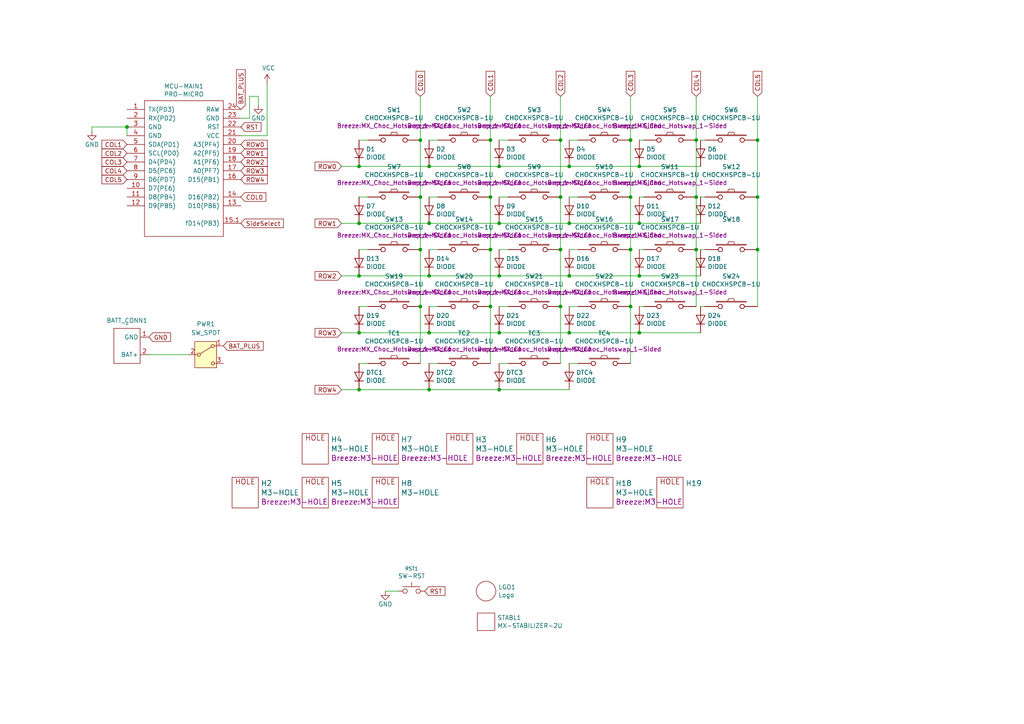
<source format=kicad_sch>
(kicad_sch (version 20231120) (generator "eeschema") (generator_version "8.0")
  (paper "A4")
  (title_block (title "Breeze") (date "2023-05-21") (rev "Rev1.2") (company "Afternoon Labs LLC"))
  (lib_symbols
    (symbol "Breeze-rescue:3M-HOLE-Merkaba_Rev0-rescue-Breeze-rescue" (pin_names (offset 1.016))
      (property "Reference" "H" (at 0 0 0))
      (property "Value" "3M-HOLE-Merkaba_Rev0-rescue-Breeze-rescue" (at 0 -5.08 0))
      (symbol "3M-HOLE-Merkaba_Rev0-rescue-Breeze-rescue_0_0"
        (text "HOLE" (at 0 3.81 0) (effects (font (size 1.524 1.524))))
      )
      (symbol "3M-HOLE-Merkaba_Rev0-rescue-Breeze-rescue_0_1"
        (rectangle (start 3.81 5.08) (end -3.81 -3.81))
      )
    )
    (symbol "Breeze-rescue:CHOCXHSPCB-1U-cache-Merkaba_Rev0-rescue-Breeze-rescue" (pin_numbers hide) (pin_names (offset 1.016) hide)
      (property "Reference" "SW" (at 3.81 2.794 0))
      (property "Value" "CHOCXHSPCB-1U-cache-Merkaba_Rev0-rescue-Breeze-rescue" (at 0 -2.032 0))
      (symbol "CHOCXHSPCB-1U-cache-Merkaba_Rev0-rescue-Breeze-rescue_0_1"
        (rectangle (start -4.318 1.27) (end 4.318 1.524))
        (polyline (pts (xy -1.016 1.524) (xy -0.762 2.286) (xy 0.762 2.286) (xy 1.016 1.524)))
        (pin passive inverted (at -7.62 0 0) (length 5.08) (name "1") (number "1"))
        (pin passive inverted (at 7.62 0 180) (length 5.08) (name "2") (number "2"))
      )
    )
    (symbol "Breeze-rescue:Diode-cache-Merkaba_Rev0-rescue-Breeze-rescue" (pin_numbers hide) (pin_names (offset 1.016) hide)
      (property "Reference" "D" (at 0 2.54 0))
      (property "Value" "Diode-cache-Merkaba_Rev0-rescue-Breeze-rescue" (at 0 -2.54 0))
      (symbol "Diode-cache-Merkaba_Rev0-rescue-Breeze-rescue_0_1"
        (polyline (pts (xy -1.27 1.27) (xy -1.27 -1.27)) (stroke (width 0.2032)))
        (polyline (pts (xy 1.27 0) (xy -1.27 0)))
        (polyline (pts (xy 1.27 1.27) (xy 1.27 -1.27) (xy -1.27 0) (xy 1.27 1.27)) (stroke (width 0.2032)))
      )
      (symbol "Diode-cache-Merkaba_Rev0-rescue-Breeze-rescue_1_1"
        (pin passive line (at -3.81 0 0) (length 2.54) (name "K") (number "1"))
        (pin passive line (at 3.81 0 180) (length 2.54) (name "A") (number "2"))
      )
    )
    (symbol "Breeze-rescue:Logo-Breeze-rescue" (pin_names (offset 1.016))
      (property "Reference" "LGO" (at 0 0 0))
      (property "Value" "Logo-Breeze-rescue" (at 0 0 0))
      (symbol "Logo-Breeze-rescue_0_1"
        (circle (center 0 0) (radius 2.8448))
      )
    )
    (symbol "Breeze-rescue:MX-STABILIZER-2U-Merkaba_Rev0-rescue-Breeze-rescue" (pin_names (offset 1.016))
      (property "Reference" "U" (at 0 0 0))
      (property "Value" "MX-STABILIZER-2U-Merkaba_Rev0-rescue-Breeze-rescue" (at 0 0 0))
      (symbol "MX-STABILIZER-2U-Merkaba_Rev0-rescue-Breeze-rescue_0_1"
        (rectangle (start -2.54 2.54) (end 2.54 -2.54))
      )
    )
    (symbol "Breeze-rescue:ProMicro-Merkaba_Rev0-rescue-Breeze-rescue" (pin_names (offset 1.016))
      (property "Reference" "MCU-MAIN1" (at 0 20.701 0))
      (property "Value" "PRO-MICRO" (at 0 18.3896 0))
      (symbol "ProMicro-Merkaba_Rev0-rescue-Breeze-rescue_0_1"
        (rectangle (start -11.43 16.51) (end 11.43 -22.86))
      )
      (symbol "ProMicro-Merkaba_Rev0-rescue-Breeze-rescue_1_1"
        (pin input line (at -16.51 13.97 0) (length 5.08) (name "TX(PD3)") (number "1"))
        (pin input line (at -16.51 -8.89 0) (length 5.08) (name "D7(PE6)") (number "10"))
        (pin input line (at -16.51 -11.43 0) (length 5.08) (name "D8(PB4)") (number "11"))
        (pin input line (at -16.51 -13.97 0) (length 5.08) (name "D9(PB5)") (number "12"))
        (pin input line (at 16.51 -13.97 180) (length 5.08) (name "D10(PB6)") (number "13"))
        (pin input line (at 16.51 -11.43 180) (length 5.08) (name "D16(PB2)") (number "14"))
        (pin input line (at 16.51 -19.05 180) (length 5.08) (name "fD14(PB3)") (number "15.1"))
        (pin input line (at 16.51 -6.35 180) (length 5.08) (name "D15(PB1)") (number "16"))
        (pin input line (at 16.51 -3.81 180) (length 5.08) (name "A0(PF7)") (number "17"))
        (pin input line (at 16.51 -1.27 180) (length 5.08) (name "A1(PF6)") (number "18"))
        (pin input line (at 16.51 1.27 180) (length 5.08) (name "A2(PF5)") (number "19"))
        (pin input line (at -16.51 11.43 0) (length 5.08) (name "RX(PD2)") (number "2"))
        (pin input line (at 16.51 3.81 180) (length 5.08) (name "A3(PF4)") (number "20"))
        (pin input line (at 16.51 6.35 180) (length 5.08) (name "VCC") (number "21"))
        (pin input line (at 16.51 8.89 180) (length 5.08) (name "RST") (number "22"))
        (pin input line (at 16.51 11.43 180) (length 5.08) (name "GND") (number "23"))
        (pin input line (at 16.51 13.97 180) (length 5.08) (name "RAW") (number "24"))
        (pin input line (at -16.51 8.89 0) (length 5.08) (name "GND") (number "3"))
        (pin input line (at -16.51 6.35 0) (length 5.08) (name "GND") (number "4"))
        (pin input line (at -16.51 3.81 0) (length 5.08) (name "SDA(PD1)") (number "5"))
        (pin input line (at -16.51 1.27 0) (length 5.08) (name "SCL(PD0)") (number "6"))
        (pin input line (at -16.51 -1.27 0) (length 5.08) (name "D4(PD4)") (number "7"))
        (pin input line (at -16.51 -3.81 0) (length 5.08) (name "D5(PC6)") (number "8"))
        (pin input line (at -16.51 -6.35 0) (length 5.08) (name "D6(PD7)") (number "9"))
      )
    )
    (symbol "Breeze-rescue:SW_RST-Lily58-cache-Merkaba_Rev0-rescue-Breeze-rescue" (pin_numbers hide) (pin_names (offset 1.016) hide)
      (property "Reference" "RSW" (at 2.54 2.54 0))
      (property "Value" "SW_RST-Lily58-cache-Merkaba_Rev0-rescue-Breeze-rescue" (at 0 -2.54 0))
      (symbol "SW_RST-Lily58-cache-Merkaba_Rev0-rescue-Breeze-rescue_0_1"
        (polyline (pts (xy -2.54 1.27) (xy 2.54 1.27)))
        (polyline (pts (xy 0 2.54) (xy 0 1.27)))
        (pin passive inverted (at -3.81 0 0) (length 2.54) (name "1") (number "1"))
        (pin passive inverted (at 3.81 0 180) (length 2.54) (name "2") (number "2"))
      )
    )
    (symbol "Breeze:BATT_PADS"
      (property "Reference" "J" (at 3.81 6.858 0))
      (symbol "BATT_PADS_0_1"
        (rectangle (start 0 5.08) (end 7.62 -5.08))
      )
      (symbol "BATT_PADS_1_1"
        (pin input line (at 10.16 2.54 180) (length 2.54) (name "GND") (number "1"))
        (pin input line (at 10.16 -2.54 180) (length 2.54) (name "BAT+") (number "2"))
      )
    )
    (symbol "Switch:SW_SPDT" (pin_names (offset 0) hide)
      (property "Reference" "SW" (at 0 5.08 0))
      (property "Value" "SW_SPDT" (at 0 -5.08 0))
      (symbol "SW_SPDT_0_1"
        (circle (center -2.032 0) (radius 0.4572))
        (polyline (pts (xy -1.651 0.254) (xy 1.651 2.286)))
        (circle (center 2.032 -2.54) (radius 0.4572))
        (circle (center 2.032 2.54) (radius 0.4572))
      )
      (symbol "SW_SPDT_1_1"
        (rectangle (start -3.175 3.81) (end 3.175 -3.81) (fill (type background)))
        (pin passive line (at 5.08 2.54 180) (length 2.54) (name "A") (number "1"))
        (pin passive line (at -5.08 0 0) (length 2.54) (name "B") (number "2"))
        (pin passive line (at 5.08 -2.54 180) (length 2.54) (name "C") (number "3"))
      )
    )
    (symbol "power:GND" (power) (pin_names (offset 0))
      (property "Value" "GND" (at 0 -3.81 0))
      (symbol "GND_0_1"
        (polyline (pts (xy 0 0) (xy 0 -1.27) (xy 1.27 -1.27) (xy 0 -2.54) (xy -1.27 -1.27) (xy 0 -1.27)))
      )
      (symbol "GND_1_1"
        (pin power_in line (at 0 0 270) (length 0) hide (name "GND") (number "1"))
      )
    )
    (symbol "power:VCC" (power) (pin_names (offset 0))
      (property "Value" "VCC" (at 0 3.81 0))
      (symbol "VCC_0_1"
        (polyline (pts (xy -0.762 1.27) (xy 0 2.54)))
        (polyline (pts (xy 0 0) (xy 0 2.54)))
        (polyline (pts (xy 0 2.54) (xy 0.762 1.27)))
      )
      (symbol "VCC_1_1"
        (pin power_in line (at 0 0 90) (length 0) hide (name "VCC") (number "1"))
      )
    )
  )
  (junction (at 144.78 113.03))
  (junction (at 142.24 40.64))
  (junction (at 219.71 72.39))
  (junction (at 142.24 57.15))
  (junction (at 144.78 96.52))
  (junction (at 185.42 96.52))
  (junction (at 144.78 80.01))
  (junction (at 182.88 40.64))
  (junction (at 219.71 40.64))
  (junction (at 219.71 57.15))
  (junction (at 165.1 80.01))
  (junction (at 165.1 96.52))
  (junction (at 124.46 113.03))
  (junction (at 182.88 88.9))
  (junction (at 121.92 57.15))
  (junction (at 162.56 72.39))
  (junction (at 201.93 72.39))
  (junction (at 165.1 64.77))
  (junction (at 142.24 72.39))
  (junction (at 185.42 64.77))
  (junction (at 124.46 80.01))
  (junction (at 104.14 80.01))
  (junction (at 124.46 96.52))
  (junction (at 104.14 64.77))
  (junction (at 124.46 64.77))
  (junction (at 165.1 48.26))
  (junction (at 121.92 72.39))
  (junction (at 121.92 88.9))
  (junction (at 144.78 64.77))
  (junction (at 182.88 72.39))
  (junction (at 182.88 57.15))
  (junction (at 104.14 48.26))
  (junction (at 185.42 80.01))
  (junction (at 142.24 88.9))
  (junction (at 185.42 48.26))
  (junction (at 144.78 48.26))
  (junction (at 162.56 88.9))
  (junction (at 36.83 36.83))
  (junction (at 104.14 96.52))
  (junction (at 162.56 57.15))
  (junction (at 201.93 57.15))
  (junction (at 162.56 40.64))
  (junction (at 201.93 40.64))
  (junction (at 124.46 48.26))
  (junction (at 104.14 113.03))
  (junction (at 121.92 40.64))
  (wire (pts (xy 121.92 57.15) (xy 121.92 72.39)))
  (wire (pts (xy 36.83 36.83) (xy 26.67 36.83)))
  (wire (pts (xy 167.64 88.9) (xy 165.1 88.9)))
  (wire (pts (xy 99.06 48.26) (xy 104.14 48.26)))
  (wire (pts (xy 186.69 72.39) (xy 185.42 72.39)))
  (wire (pts (xy 185.42 48.26) (xy 165.1 48.26)))
  (wire (pts (xy 144.78 80.01) (xy 124.46 80.01)))
  (wire (pts (xy 162.56 88.9) (xy 162.56 72.39)))
  (wire (pts (xy 219.71 40.64) (xy 219.71 57.15)))
  (wire (pts (xy 127 57.15) (xy 124.46 57.15)))
  (wire (pts (xy 106.68 72.39) (xy 104.14 72.39)))
  (wire (pts (xy 77.47 24.13) (xy 77.47 39.37)))
  (wire (pts (xy 104.14 64.77) (xy 99.06 64.77)))
  (wire (pts (xy 204.47 88.9) (xy 203.2 88.9)))
  (wire (pts (xy 165.1 113.03) (xy 144.78 113.03)))
  (wire (pts (xy 121.92 40.64) (xy 121.92 27.94)))
  (wire (pts (xy 147.32 105.41) (xy 144.78 105.41)))
  (wire (pts (xy 162.56 40.64) (xy 162.56 57.15)))
  (wire (pts (xy 147.32 57.15) (xy 144.78 57.15)))
  (wire (pts (xy 147.32 40.64) (xy 144.78 40.64)))
  (wire (pts (xy 185.42 96.52) (xy 165.1 96.52)))
  (wire (pts (xy 182.88 40.64) (xy 182.88 57.15)))
  (wire (pts (xy 203.2 64.77) (xy 185.42 64.77)))
  (wire (pts (xy 106.68 57.15) (xy 104.14 57.15)))
  (wire (pts (xy 121.92 88.9) (xy 121.92 105.41)))
  (wire (pts (xy 121.92 40.64) (xy 121.92 57.15)))
  (wire (pts (xy 104.14 96.52) (xy 99.06 96.52)))
  (wire (pts (xy 167.64 40.64) (xy 165.1 40.64)))
  (wire (pts (xy 203.2 96.52) (xy 185.42 96.52)))
  (wire (pts (xy 204.47 72.39) (xy 203.2 72.39)))
  (wire (pts (xy 142.24 57.15) (xy 142.24 40.64)))
  (wire (pts (xy 124.46 80.01) (xy 104.14 80.01)))
  (wire (pts (xy 165.1 96.52) (xy 144.78 96.52)))
  (wire (pts (xy 124.46 96.52) (xy 104.14 96.52)))
  (wire (pts (xy 165.1 72.39) (xy 167.64 72.39)))
  (wire (pts (xy 203.2 80.01) (xy 185.42 80.01)))
  (wire (pts (xy 185.42 80.01) (xy 165.1 80.01)))
  (wire (pts (xy 127 40.64) (xy 124.46 40.64)))
  (wire (pts (xy 106.68 88.9) (xy 104.14 88.9)))
  (wire (pts (xy 72.39 34.29) (xy 72.39 27.94)))
  (wire (pts (xy 165.1 80.01) (xy 144.78 80.01)))
  (wire (pts (xy 219.71 57.15) (xy 219.71 72.39)))
  (wire (pts (xy 144.78 48.26) (xy 124.46 48.26)))
  (wire (pts (xy 142.24 105.41) (xy 142.24 88.9)))
  (wire (pts (xy 142.24 88.9) (xy 142.24 72.39)))
  (wire (pts (xy 162.56 57.15) (xy 162.56 72.39)))
  (wire (pts (xy 201.93 88.9) (xy 201.93 72.39)))
  (wire (pts (xy 124.46 88.9) (xy 127 88.9)))
  (wire (pts (xy 167.64 105.41) (xy 165.1 105.41)))
  (wire (pts (xy 26.67 36.83) (xy 26.67 38.1)))
  (wire (pts (xy 182.88 40.64) (xy 182.88 27.94)))
  (wire (pts (xy 162.56 40.64) (xy 162.56 27.94)))
  (wire (pts (xy 147.32 72.39) (xy 144.78 72.39)))
  (wire (pts (xy 104.14 64.77) (xy 124.46 64.77)))
  (wire (pts (xy 142.24 72.39) (xy 142.24 57.15)))
  (wire (pts (xy 185.42 88.9) (xy 186.69 88.9)))
  (wire (pts (xy 165.1 48.26) (xy 144.78 48.26)))
  (wire (pts (xy 186.69 40.64) (xy 185.42 40.64)))
  (wire (pts (xy 162.56 105.41) (xy 162.56 88.9)))
  (wire (pts (xy 74.93 27.94) (xy 74.93 30.48)))
  (wire (pts (xy 203.2 48.26) (xy 185.42 48.26)))
  (wire (pts (xy 36.83 36.83) (xy 36.83 39.37)))
  (wire (pts (xy 124.46 113.03) (xy 144.78 113.03)))
  (wire (pts (xy 144.78 88.9) (xy 147.32 88.9)))
  (wire (pts (xy 201.93 40.64) (xy 201.93 27.94)))
  (wire (pts (xy 182.88 57.15) (xy 182.88 72.39)))
  (wire (pts (xy 127 72.39) (xy 124.46 72.39)))
  (wire (pts (xy 201.93 57.15) (xy 201.93 72.39)))
  (wire (pts (xy 69.85 34.29) (xy 72.39 34.29)))
  (wire (pts (xy 219.71 40.64) (xy 219.71 27.94)))
  (wire (pts (xy 69.85 39.37) (xy 77.47 39.37)))
  (wire (pts (xy 104.14 48.26) (xy 124.46 48.26)))
  (wire (pts (xy 72.39 27.94) (xy 74.93 27.94)))
  (wire (pts (xy 127 105.41) (xy 124.46 105.41)))
  (wire (pts (xy 185.42 64.77) (xy 165.1 64.77)))
  (wire (pts (xy 201.93 57.15) (xy 201.93 40.64)))
  (wire (pts (xy 104.14 80.01) (xy 99.06 80.01)))
  (wire (pts (xy 204.47 40.64) (xy 203.2 40.64)))
  (wire (pts (xy 144.78 96.52) (xy 124.46 96.52)))
  (wire (pts (xy 104.14 113.03) (xy 124.46 113.03)))
  (wire (pts (xy 186.69 57.15) (xy 185.42 57.15)))
  (wire (pts (xy 167.64 57.15) (xy 165.1 57.15)))
  (wire (pts (xy 203.2 57.15) (xy 204.47 57.15)))
  (wire (pts (xy 121.92 72.39) (xy 121.92 88.9)))
  (wire (pts (xy 182.88 88.9) (xy 182.88 72.39)))
  (wire (pts (xy 54.61 102.87) (xy 43.18 102.87)))
  (wire (pts (xy 219.71 72.39) (xy 219.71 88.9)))
  (wire (pts (xy 182.88 88.9) (xy 182.88 105.41)))
  (wire (pts (xy 104.14 105.41) (xy 106.68 105.41)))
  (wire (pts (xy 124.46 64.77) (xy 144.78 64.77)))
  (wire (pts (xy 115.57 171.45) (xy 111.76 171.45)))
  (wire (pts (xy 165.1 64.77) (xy 144.78 64.77)))
  (wire (pts (xy 104.14 113.03) (xy 99.06 113.03)))
  (wire (pts (xy 106.68 40.64) (xy 104.14 40.64)))
  (wire (pts (xy 142.24 40.64) (xy 142.24 27.94)))
  (global_label "RST" (shape input) (at 123.19 171.45 0) (property "Intersheetrefs" "${INTERSHEET_REFS}" (effects (hide yes))))
  (global_label "COL5" (shape input) (at 219.71 27.94 90) (property "Intersheetrefs" "${INTERSHEET_REFS}" (effects (hide yes))))
  (global_label "ROW4" (shape input) (at 99.06 113.03 180) (property "Intersheetrefs" "${INTERSHEET_REFS}" (effects (hide yes))))
  (global_label "ROW4" (shape input) (at 69.85 52.07 0) (property "Intersheetrefs" "${INTERSHEET_REFS}" (effects (hide yes))))
  (global_label "COL2" (shape input) (at 162.56 27.94 90) (property "Intersheetrefs" "${INTERSHEET_REFS}" (effects (hide yes))))
  (global_label "ROW2" (shape input) (at 69.85 46.99 0) (property "Intersheetrefs" "${INTERSHEET_REFS}" (effects (hide yes))))
  (global_label "COL0" (shape input) (at 69.85 57.15 0) (property "Intersheetrefs" "${INTERSHEET_REFS}" (effects (hide yes))))
  (global_label "GND" (shape input) (at 43.18 97.79 0) (property "Intersheetrefs" "${INTERSHEET_REFS}" (effects (hide yes))))
  (global_label "BAT_PLUS" (shape input) (at 69.85 31.75 90) (property "Intersheetrefs" "${INTERSHEET_REFS}" (effects (hide yes))))
  (global_label "COL0" (shape input) (at 121.92 27.94 90) (property "Intersheetrefs" "${INTERSHEET_REFS}" (effects (hide yes))))
  (global_label "ROW1" (shape input) (at 69.85 44.45 0) (property "Intersheetrefs" "${INTERSHEET_REFS}" (effects (hide yes))))
  (global_label "SideSelect" (shape input) (at 69.85 64.77 0) (property "Intersheetrefs" "${INTERSHEET_REFS}" (effects (hide yes))))
  (global_label "COL4" (shape input) (at 201.93 27.94 90) (property "Intersheetrefs" "${INTERSHEET_REFS}" (effects (hide yes))))
  (global_label "ROW0" (shape input) (at 99.06 48.26 180) (property "Intersheetrefs" "${INTERSHEET_REFS}" (effects (hide yes))))
  (global_label "COL4" (shape input) (at 36.83 49.53 180) (property "Intersheetrefs" "${INTERSHEET_REFS}" (effects (hide yes))))
  (global_label "ROW3" (shape input) (at 69.85 49.53 0) (property "Intersheetrefs" "${INTERSHEET_REFS}" (effects (hide yes))))
  (global_label "COL1" (shape input) (at 36.83 41.91 180) (property "Intersheetrefs" "${INTERSHEET_REFS}" (effects (hide yes))))
  (global_label "ROW2" (shape input) (at 99.06 80.01 180) (property "Intersheetrefs" "${INTERSHEET_REFS}" (effects (hide yes))))
  (global_label "ROW1" (shape input) (at 99.06 64.77 180) (property "Intersheetrefs" "${INTERSHEET_REFS}" (effects (hide yes))))
  (global_label "COL1" (shape input) (at 142.24 27.94 90) (property "Intersheetrefs" "${INTERSHEET_REFS}" (effects (hide yes))))
  (global_label "BAT_PLUS" (shape input) (at 64.77 100.33 0) (property "Intersheetrefs" "${INTERSHEET_REFS}" (effects (hide yes))))
  (global_label "COL3" (shape input) (at 36.83 46.99 180) (property "Intersheetrefs" "${INTERSHEET_REFS}" (effects (hide yes))))
  (global_label "COL3" (shape input) (at 182.88 27.94 90) (property "Intersheetrefs" "${INTERSHEET_REFS}" (effects (hide yes))))
  (global_label "ROW0" (shape input) (at 69.85 41.91 0) (property "Intersheetrefs" "${INTERSHEET_REFS}" (effects (hide yes))))
  (global_label "RST" (shape input) (at 69.85 36.83 0) (property "Intersheetrefs" "${INTERSHEET_REFS}" (effects (hide yes))))
  (global_label "COL2" (shape input) (at 36.83 44.45 180) (property "Intersheetrefs" "${INTERSHEET_REFS}" (effects (hide yes))))
  (global_label "COL5" (shape input) (at 36.83 52.07 180) (property "Intersheetrefs" "${INTERSHEET_REFS}" (effects (hide yes))))
  (global_label "ROW3" (shape input) (at 99.06 96.52 180) (property "Intersheetrefs" "${INTERSHEET_REFS}" (effects (hide yes))))
  (symbol (lib_id "Breeze-rescue:ProMicro-Merkaba_Rev0-rescue-Breeze-rescue") (at 53.34 45.72 0) (unit 1)
    (property "Reference" "MCU-MAIN1" (at 53.34 25.019 0))
    (property "Value" "PRO-MICRO" (at 53.34 27.3304 0))
    (property "Footprint" "Breeze:ProMicro_1-Sided" (effects (hide yes)))
  )
  (symbol (lib_id "power:GND") (at 26.67 38.1 0) (unit 1)
    (property "Reference" "#PWR0101" (effects (hide yes)))
    (property "Value" "GND" (at 26.67 41.91 0))
  )
  (symbol (lib_id "power:VCC") (at 77.47 24.13 0) (unit 1)
    (property "Reference" "#PWR0102" (effects (hide yes)))
    (property "Value" "VCC" (at 77.9018 19.7358 0))
  )
  (symbol (lib_id "Breeze-rescue:SW_RST-Lily58-cache-Merkaba_Rev0-rescue-Breeze-rescue") (at 119.38 171.45 0) (unit 1)
    (property "Reference" "RST1" (at 119.38 164.9476 0) (effects (font (size 1.016 1.016))))
    (property "Value" "SW-RST" (at 119.38 167.0558 0))
    (property "Footprint" "Button_Switch_SMD:SW_SPST_TL3342" (effects (hide yes)))
    (property "LCSC" "C2886897" (effects (hide yes)))
  )
  (symbol (lib_id "power:GND") (at 111.76 171.45 0) (unit 1)
    (property "Reference" "#PWR0103" (effects (hide yes)))
    (property "Value" "GND" (at 111.76 175.26 0))
  )
  (symbol (lib_id "Breeze-rescue:CHOCXHSPCB-1U-cache-Merkaba_Rev0-rescue-Breeze-rescue") (at 114.3 40.64 0) (unit 1)
    (property "Reference" "SW1" (at 114.3 31.877 0))
    (property "Value" "CHOCXHSPCB-1U" (at 114.3 34.1884 0))
    (property "Footprint" "Breeze:MX_Choc_Hotswap_1-Sided" (at 114.3 36.4998 0))
    (property "LCSC" "C41430893" (effects (hide yes)))
  )
  (symbol (lib_id "Breeze-rescue:CHOCXHSPCB-1U-cache-Merkaba_Rev0-rescue-Breeze-rescue") (at 134.62 40.64 0) (unit 1)
    (property "Reference" "SW2" (at 134.62 31.877 0))
    (property "Value" "CHOCXHSPCB-1U" (at 134.62 34.1884 0))
    (property "Footprint" "Breeze:MX_Choc_Hotswap_1-Sided" (at 134.62 36.4998 0))
    (property "LCSC" "C41430893" (effects (hide yes)))
  )
  (symbol (lib_id "Breeze-rescue:CHOCXHSPCB-1U-cache-Merkaba_Rev0-rescue-Breeze-rescue") (at 154.94 40.64 0) (unit 1)
    (property "Reference" "SW3" (at 154.94 31.877 0))
    (property "Value" "CHOCXHSPCB-1U" (at 154.94 34.1884 0))
    (property "Footprint" "Breeze:MX_Choc_Hotswap_1-Sided" (at 154.94 36.4998 0))
    (property "LCSC" "C41430893" (effects (hide yes)))
  )
  (symbol (lib_id "Breeze-rescue:CHOCXHSPCB-1U-cache-Merkaba_Rev0-rescue-Breeze-rescue") (at 175.26 40.64 0) (unit 1)
    (property "Reference" "SW4" (at 175.26 31.877 0))
    (property "Value" "CHOCXHSPCB-1U" (at 175.26 34.1884 0))
    (property "Footprint" "Breeze:MX_Choc_Hotswap_1-Sided" (at 175.26 36.4998 0))
    (property "LCSC" "C41430893" (effects (hide yes)))
  )
  (symbol (lib_id "Breeze-rescue:CHOCXHSPCB-1U-cache-Merkaba_Rev0-rescue-Breeze-rescue") (at 194.31 40.64 0) (unit 1)
    (property "Reference" "SW5" (at 194.31 31.877 0))
    (property "Value" "CHOCXHSPCB-1U" (at 194.31 34.1884 0))
    (property "Footprint" "Breeze:MX_Choc_Hotswap_1-Sided" (at 194.31 36.4998 0))
    (property "LCSC" "C41430893" (effects (hide yes)))
  )
  (symbol (lib_id "Breeze-rescue:CHOCXHSPCB-1U-cache-Merkaba_Rev0-rescue-Breeze-rescue") (at 212.09 40.64 0) (unit 1)
    (property "Reference" "SW6" (at 212.09 31.877 0))
    (property "Value" "CHOCXHSPCB-1U" (at 212.09 34.1884 0))
    (property "Footprint" "Breeze:MX_Choc_Hotswap_1-Sided" (effects (hide yes)))
    (property "LCSC" "C41430893" (effects (hide yes)))
  )
  (symbol (lib_id "Breeze-rescue:CHOCXHSPCB-1U-cache-Merkaba_Rev0-rescue-Breeze-rescue") (at 114.3 57.15 0) (unit 1)
    (property "Reference" "SW7" (at 114.3 48.387 0))
    (property "Value" "CHOCXHSPCB-1U" (at 114.3 50.6984 0))
    (property "Footprint" "Breeze:MX_Choc_Hotswap_1-Sided" (at 114.3 53.0098 0))
    (property "LCSC" "C41430893" (effects (hide yes)))
  )
  (symbol (lib_id "Breeze-rescue:CHOCXHSPCB-1U-cache-Merkaba_Rev0-rescue-Breeze-rescue") (at 134.62 57.15 0) (unit 1)
    (property "Reference" "SW8" (at 134.62 48.387 0))
    (property "Value" "CHOCXHSPCB-1U" (at 134.62 50.6984 0))
    (property "Footprint" "Breeze:MX_Choc_Hotswap_1-Sided" (at 134.62 53.0098 0))
    (property "LCSC" "C41430893" (effects (hide yes)))
  )
  (symbol (lib_id "Breeze-rescue:CHOCXHSPCB-1U-cache-Merkaba_Rev0-rescue-Breeze-rescue") (at 154.94 57.15 0) (unit 1)
    (property "Reference" "SW9" (at 154.94 48.387 0))
    (property "Value" "CHOCXHSPCB-1U" (at 154.94 50.6984 0))
    (property "Footprint" "Breeze:MX_Choc_Hotswap_1-Sided" (at 154.94 53.0098 0))
    (property "LCSC" "C41430893" (effects (hide yes)))
  )
  (symbol (lib_id "Breeze-rescue:CHOCXHSPCB-1U-cache-Merkaba_Rev0-rescue-Breeze-rescue") (at 175.26 57.15 0) (unit 1)
    (property "Reference" "SW10" (at 175.26 48.387 0))
    (property "Value" "CHOCXHSPCB-1U" (at 175.26 50.6984 0))
    (property "Footprint" "Breeze:MX_Choc_Hotswap_1-Sided" (at 175.26 53.0098 0))
    (property "LCSC" "C41430893" (effects (hide yes)))
  )
  (symbol (lib_id "Breeze-rescue:CHOCXHSPCB-1U-cache-Merkaba_Rev0-rescue-Breeze-rescue") (at 194.31 57.15 0) (unit 1)
    (property "Reference" "SW11" (at 194.31 48.387 0))
    (property "Value" "CHOCXHSPCB-1U" (at 194.31 50.6984 0))
    (property "Footprint" "Breeze:MX_Choc_Hotswap_1-Sided" (at 194.31 53.0098 0))
    (property "LCSC" "C41430893" (effects (hide yes)))
  )
  (symbol (lib_id "Breeze-rescue:CHOCXHSPCB-1U-cache-Merkaba_Rev0-rescue-Breeze-rescue") (at 212.09 57.15 0) (unit 1)
    (property "Reference" "SW12" (at 212.09 48.387 0))
    (property "Value" "CHOCXHSPCB-1U" (at 212.09 50.6984 0))
    (property "Footprint" "Breeze:MX_Choc_Hotswap_1-Sided" (effects (hide yes)))
    (property "LCSC" "C41430893" (effects (hide yes)))
  )
  (symbol (lib_id "Breeze-rescue:CHOCXHSPCB-1U-cache-Merkaba_Rev0-rescue-Breeze-rescue") (at 114.3 72.39 0) (unit 1)
    (property "Reference" "SW13" (at 114.3 63.627 0))
    (property "Value" "CHOCXHSPCB-1U" (at 114.3 65.9384 0))
    (property "Footprint" "Breeze:MX_Choc_Hotswap_1-Sided" (at 114.3 68.2498 0))
    (property "LCSC" "C41430893" (effects (hide yes)))
  )
  (symbol (lib_id "Breeze-rescue:CHOCXHSPCB-1U-cache-Merkaba_Rev0-rescue-Breeze-rescue") (at 134.62 72.39 0) (unit 1)
    (property "Reference" "SW14" (at 134.62 63.627 0))
    (property "Value" "CHOCXHSPCB-1U" (at 134.62 65.9384 0))
    (property "Footprint" "Breeze:MX_Choc_Hotswap_1-Sided" (at 134.62 68.2498 0))
    (property "LCSC" "C41430893" (effects (hide yes)))
  )
  (symbol (lib_id "Breeze-rescue:CHOCXHSPCB-1U-cache-Merkaba_Rev0-rescue-Breeze-rescue") (at 154.94 72.39 0) (unit 1)
    (property "Reference" "SW15" (at 154.94 63.627 0))
    (property "Value" "CHOCXHSPCB-1U" (at 154.94 65.9384 0))
    (property "Footprint" "Breeze:MX_Choc_Hotswap_1-Sided" (at 154.94 68.2498 0))
    (property "LCSC" "C41430893" (effects (hide yes)))
  )
  (symbol (lib_id "Breeze-rescue:CHOCXHSPCB-1U-cache-Merkaba_Rev0-rescue-Breeze-rescue") (at 175.26 72.39 0) (unit 1)
    (property "Reference" "SW16" (at 175.26 63.627 0))
    (property "Value" "CHOCXHSPCB-1U" (at 175.26 65.9384 0))
    (property "Footprint" "Breeze:MX_Choc_Hotswap_1-Sided" (at 175.26 68.2498 0))
    (property "LCSC" "C41430893" (effects (hide yes)))
  )
  (symbol (lib_id "Breeze-rescue:CHOCXHSPCB-1U-cache-Merkaba_Rev0-rescue-Breeze-rescue") (at 194.31 72.39 0) (unit 1)
    (property "Reference" "SW17" (at 194.31 63.627 0))
    (property "Value" "CHOCXHSPCB-1U" (at 194.31 65.9384 0))
    (property "Footprint" "Breeze:MX_Choc_Hotswap_1-Sided" (at 194.31 68.2498 0))
    (property "LCSC" "C41430893" (effects (hide yes)))
  )
  (symbol (lib_id "Breeze-rescue:CHOCXHSPCB-1U-cache-Merkaba_Rev0-rescue-Breeze-rescue") (at 212.09 72.39 0) (unit 1)
    (property "Reference" "SW18" (at 212.09 63.627 0))
    (property "Value" "CHOCXHSPCB-1U" (effects (hide yes)))
    (property "Footprint" "Breeze:MX_Choc_Hotswap_1-Sided" (effects (hide yes)))
    (property "LCSC" "C41430893" (effects (hide yes)))
  )
  (symbol (lib_id "Breeze-rescue:CHOCXHSPCB-1U-cache-Merkaba_Rev0-rescue-Breeze-rescue") (at 114.3 88.9 0) (unit 1)
    (property "Reference" "SW19" (at 114.3 80.137 0))
    (property "Value" "CHOCXHSPCB-1U" (at 114.3 82.4484 0))
    (property "Footprint" "Breeze:MX_Choc_Hotswap_1-Sided" (at 114.3 84.7598 0))
    (property "LCSC" "C41430893" (effects (hide yes)))
  )
  (symbol (lib_id "Breeze-rescue:CHOCXHSPCB-1U-cache-Merkaba_Rev0-rescue-Breeze-rescue") (at 134.62 88.9 0) (unit 1)
    (property "Reference" "SW20" (at 134.62 80.137 0))
    (property "Value" "CHOCXHSPCB-1U" (at 134.62 82.4484 0))
    (property "Footprint" "Breeze:MX_Choc_Hotswap_1-Sided" (at 134.62 84.7598 0))
    (property "LCSC" "C41430893" (effects (hide yes)))
  )
  (symbol (lib_id "Breeze-rescue:CHOCXHSPCB-1U-cache-Merkaba_Rev0-rescue-Breeze-rescue") (at 154.94 88.9 0) (unit 1)
    (property "Reference" "SW21" (at 154.94 80.137 0))
    (property "Value" "CHOCXHSPCB-1U" (at 154.94 82.4484 0))
    (property "Footprint" "Breeze:MX_Choc_Hotswap_1-Sided" (at 154.94 84.7598 0))
    (property "LCSC" "C41430893" (effects (hide yes)))
  )
  (symbol (lib_id "Breeze-rescue:CHOCXHSPCB-1U-cache-Merkaba_Rev0-rescue-Breeze-rescue") (at 175.26 88.9 0) (unit 1)
    (property "Reference" "SW22" (at 175.26 80.137 0))
    (property "Value" "CHOCXHSPCB-1U" (at 175.26 82.4484 0))
    (property "Footprint" "Breeze:MX_Choc_Hotswap_1-Sided" (at 175.26 84.7598 0))
    (property "LCSC" "C41430893" (effects (hide yes)))
  )
  (symbol (lib_id "Breeze-rescue:CHOCXHSPCB-1U-cache-Merkaba_Rev0-rescue-Breeze-rescue") (at 194.31 88.9 0) (unit 1)
    (property "Reference" "SW23" (at 194.31 80.137 0))
    (property "Value" "CHOCXHSPCB-1U" (at 194.31 82.4484 0))
    (property "Footprint" "Breeze:MX_Choc_Hotswap_1-Sided" (at 194.31 84.7598 0))
    (property "LCSC" "C41430893" (effects (hide yes)))
  )
  (symbol (lib_id "Breeze-rescue:CHOCXHSPCB-1U-cache-Merkaba_Rev0-rescue-Breeze-rescue") (at 212.09 88.9 0) (unit 1)
    (property "Reference" "SW24" (at 212.09 80.137 0))
    (property "Value" "CHOCXHSPCB-1U" (at 212.09 82.4484 0))
    (property "Footprint" "Breeze:MX_Choc_Hotswap_1-Sided" (effects (hide yes)))
    (property "LCSC" "C41430893" (effects (hide yes)))
  )
  (symbol (lib_id "Breeze-rescue:CHOCXHSPCB-1U-cache-Merkaba_Rev0-rescue-Breeze-rescue") (at 114.3 105.41 0) (unit 1)
    (property "Reference" "TC1" (at 114.3 96.647 0))
    (property "Value" "CHOCXHSPCB-1U" (at 114.3 98.9584 0))
    (property "Footprint" "Breeze:MX_Choc_Hotswap_1-Sided" (at 114.3 101.2698 0))
    (property "LCSC" "C41430893" (effects (hide yes)))
  )
  (symbol (lib_id "Breeze-rescue:CHOCXHSPCB-1U-cache-Merkaba_Rev0-rescue-Breeze-rescue") (at 134.62 105.41 0) (unit 1)
    (property "Reference" "TC2" (at 134.62 96.647 0))
    (property "Value" "CHOCXHSPCB-1U" (at 134.62 98.9584 0))
    (property "Footprint" "Breeze:MX_Choc_Hotswap_1-Sided" (at 134.62 101.2698 0))
    (property "LCSC" "C41430893" (effects (hide yes)))
  )
  (symbol (lib_id "Breeze-rescue:CHOCXHSPCB-1U-cache-Merkaba_Rev0-rescue-Breeze-rescue") (at 154.94 105.41 0) (unit 1)
    (property "Reference" "TC3" (at 154.94 96.647 0))
    (property "Value" "CHOCXHSPCB-1U" (at 154.94 98.9584 0))
    (property "Footprint" "Breeze:MX_Choc_Hotswap_1-Sided" (at 154.94 101.2698 0))
    (property "LCSC" "C41430893" (effects (hide yes)))
  )
  (symbol (lib_id "Breeze-rescue:CHOCXHSPCB-1U-cache-Merkaba_Rev0-rescue-Breeze-rescue") (at 175.26 105.41 0) (unit 1)
    (property "Reference" "TC4" (at 175.26 96.647 0))
    (property "Value" "CHOCXHSPCB-1U" (at 175.26 98.9584 0))
    (property "Footprint" "Breeze:MX_Choc_Hotswap_1-Sided" (at 175.26 101.2698 0))
    (property "LCSC" "C41430893" (effects (hide yes)))
  )
  (symbol (lib_id "Breeze-rescue:Diode-cache-Merkaba_Rev0-rescue-Breeze-rescue") (at 104.14 44.45 90) (unit 1)
    (property "Reference" "D1" (at 106.1466 43.2816 90) (effects (justify right)))
    (property "Value" "DIODE" (at 106.1466 45.593 90) (effects (justify right)))
    (property "Footprint" "Breeze:SOD-123FL" (effects (hide yes)))
    (property "LCSC" "C64898" (effects (hide yes)))
  )
  (symbol (lib_id "Breeze-rescue:Diode-cache-Merkaba_Rev0-rescue-Breeze-rescue") (at 124.46 44.45 90) (unit 1)
    (property "Reference" "D2" (at 126.4666 43.2816 90) (effects (justify right)))
    (property "Value" "DIODE" (at 126.4666 45.593 90) (effects (justify right)))
    (property "Footprint" "Breeze:SOD-123FL" (effects (hide yes)))
    (property "LCSC" "C64898" (effects (hide yes)))
  )
  (symbol (lib_id "Breeze-rescue:Diode-cache-Merkaba_Rev0-rescue-Breeze-rescue") (at 144.78 44.45 90) (unit 1)
    (property "Reference" "D3" (at 146.7866 43.2816 90) (effects (justify right)))
    (property "Value" "DIODE" (at 146.7866 45.593 90) (effects (justify right)))
    (property "Footprint" "Breeze:SOD-123FL" (effects (hide yes)))
    (property "LCSC" "C64898" (effects (hide yes)))
  )
  (symbol (lib_id "Breeze-rescue:Diode-cache-Merkaba_Rev0-rescue-Breeze-rescue") (at 165.1 44.45 90) (unit 1)
    (property "Reference" "D4" (at 167.1066 43.2816 90) (effects (justify right)))
    (property "Value" "DIODE" (at 167.1066 45.593 90) (effects (justify right)))
    (property "Footprint" "Breeze:SOD-123FL" (effects (hide yes)))
    (property "LCSC" "C64898" (effects (hide yes)))
  )
  (symbol (lib_id "Breeze-rescue:Diode-cache-Merkaba_Rev0-rescue-Breeze-rescue") (at 185.42 44.45 90) (unit 1)
    (property "Reference" "D5" (at 187.4266 43.2816 90) (effects (justify right)))
    (property "Value" "DIODE" (at 187.4266 45.593 90) (effects (justify right)))
    (property "Footprint" "Breeze:SOD-123FL" (effects (hide yes)))
    (property "LCSC" "C64898" (effects (hide yes)))
  )
  (symbol (lib_id "Breeze-rescue:Diode-cache-Merkaba_Rev0-rescue-Breeze-rescue") (at 203.2 44.45 90) (unit 1)
    (property "Reference" "D6" (at 205.2066 43.2816 90) (effects (justify right)))
    (property "Value" "DIODE" (at 205.2066 45.593 90) (effects (justify right)))
    (property "Footprint" "Breeze:SOD-123FL" (effects (hide yes)))
    (property "LCSC" "C64898" (effects (hide yes)))
  )
  (symbol (lib_id "Breeze-rescue:Diode-cache-Merkaba_Rev0-rescue-Breeze-rescue") (at 104.14 60.96 90) (unit 1)
    (property "Reference" "D7" (at 106.1466 59.7916 90) (effects (justify right)))
    (property "Value" "DIODE" (at 106.1466 62.103 90) (effects (justify right)))
    (property "Footprint" "Breeze:SOD-123FL" (effects (hide yes)))
    (property "LCSC" "C64898" (effects (hide yes)))
  )
  (symbol (lib_id "Breeze-rescue:Diode-cache-Merkaba_Rev0-rescue-Breeze-rescue") (at 124.46 60.96 90) (unit 1)
    (property "Reference" "D8" (at 126.4666 59.7916 90) (effects (justify right)))
    (property "Value" "DIODE" (at 126.4666 62.103 90) (effects (justify right)))
    (property "Footprint" "Breeze:SOD-123FL" (effects (hide yes)))
    (property "LCSC" "C64898" (effects (hide yes)))
  )
  (symbol (lib_id "Breeze-rescue:Diode-cache-Merkaba_Rev0-rescue-Breeze-rescue") (at 144.78 60.96 90) (unit 1)
    (property "Reference" "D9" (at 146.7866 59.7916 90) (effects (justify right)))
    (property "Value" "DIODE" (at 146.7866 62.103 90) (effects (justify right)))
    (property "Footprint" "Breeze:SOD-123FL" (effects (hide yes)))
    (property "LCSC" "C64898" (effects (hide yes)))
  )
  (symbol (lib_id "Breeze-rescue:Diode-cache-Merkaba_Rev0-rescue-Breeze-rescue") (at 165.1 60.96 90) (unit 1)
    (property "Reference" "D10" (at 167.1066 59.7916 90) (effects (justify right)))
    (property "Value" "DIODE" (at 167.1066 62.103 90) (effects (justify right)))
    (property "Footprint" "Breeze:SOD-123FL" (effects (hide yes)))
    (property "LCSC" "C64898" (effects (hide yes)))
  )
  (symbol (lib_id "Breeze-rescue:Diode-cache-Merkaba_Rev0-rescue-Breeze-rescue") (at 185.42 60.96 90) (unit 1)
    (property "Reference" "D11" (at 187.4266 59.7916 90) (effects (justify right)))
    (property "Value" "DIODE" (at 187.4266 62.103 90) (effects (justify right)))
    (property "Footprint" "Breeze:SOD-123FL" (effects (hide yes)))
    (property "LCSC" "C64898" (effects (hide yes)))
  )
  (symbol (lib_id "Breeze-rescue:Diode-cache-Merkaba_Rev0-rescue-Breeze-rescue") (at 203.2 60.96 90) (unit 1)
    (property "Reference" "D12" (at 205.2066 59.7916 90) (effects (justify right)))
    (property "Value" "DIODE" (at 205.2066 62.103 90) (effects (justify right)))
    (property "Footprint" "Breeze:SOD-123FL" (effects (hide yes)))
    (property "LCSC" "C64898" (effects (hide yes)))
  )
  (symbol (lib_id "Breeze-rescue:Diode-cache-Merkaba_Rev0-rescue-Breeze-rescue") (at 104.14 76.2 90) (unit 1)
    (property "Reference" "D13" (at 106.1466 75.0316 90) (effects (justify right)))
    (property "Value" "DIODE" (at 106.1466 77.343 90) (effects (justify right)))
    (property "Footprint" "Breeze:SOD-123FL" (effects (hide yes)))
    (property "LCSC" "C64898" (effects (hide yes)))
  )
  (symbol (lib_id "Breeze-rescue:Diode-cache-Merkaba_Rev0-rescue-Breeze-rescue") (at 124.46 76.2 90) (unit 1)
    (property "Reference" "D14" (at 126.4666 75.0316 90) (effects (justify right)))
    (property "Value" "DIODE" (at 126.4666 77.343 90) (effects (justify right)))
    (property "Footprint" "Breeze:SOD-123FL" (effects (hide yes)))
    (property "LCSC" "C64898" (effects (hide yes)))
  )
  (symbol (lib_id "Breeze-rescue:Diode-cache-Merkaba_Rev0-rescue-Breeze-rescue") (at 144.78 76.2 90) (unit 1)
    (property "Reference" "D15" (at 146.7866 75.0316 90) (effects (justify right)))
    (property "Value" "DIODE" (at 146.7866 77.343 90) (effects (justify right)))
    (property "Footprint" "Breeze:SOD-123FL" (effects (hide yes)))
    (property "LCSC" "C64898" (effects (hide yes)))
  )
  (symbol (lib_id "Breeze-rescue:Diode-cache-Merkaba_Rev0-rescue-Breeze-rescue") (at 165.1 76.2 90) (unit 1)
    (property "Reference" "D16" (at 167.1066 75.0316 90) (effects (justify right)))
    (property "Value" "DIODE" (at 167.1066 77.343 90) (effects (justify right)))
    (property "Footprint" "Breeze:SOD-123FL" (effects (hide yes)))
    (property "LCSC" "C64898" (effects (hide yes)))
  )
  (symbol (lib_id "Breeze-rescue:Diode-cache-Merkaba_Rev0-rescue-Breeze-rescue") (at 185.42 76.2 90) (unit 1)
    (property "Reference" "D17" (at 187.4266 75.0316 90) (effects (justify right)))
    (property "Value" "DIODE" (at 187.4266 77.343 90) (effects (justify right)))
    (property "Footprint" "Breeze:SOD-123FL" (effects (hide yes)))
    (property "LCSC" "C64898" (effects (hide yes)))
  )
  (symbol (lib_id "Breeze-rescue:Diode-cache-Merkaba_Rev0-rescue-Breeze-rescue") (at 203.2 76.2 90) (unit 1)
    (property "Reference" "D18" (at 205.2066 75.0316 90) (effects (justify right)))
    (property "Value" "DIODE" (at 205.2066 77.343 90) (effects (justify right)))
    (property "Footprint" "Breeze:SOD-123FL" (effects (hide yes)))
    (property "LCSC" "C64898" (effects (hide yes)))
  )
  (symbol (lib_id "Breeze-rescue:Diode-cache-Merkaba_Rev0-rescue-Breeze-rescue") (at 104.14 92.71 90) (unit 1)
    (property "Reference" "D19" (at 106.1466 91.5416 90) (effects (justify right)))
    (property "Value" "DIODE" (at 106.1466 93.853 90) (effects (justify right)))
    (property "Footprint" "Breeze:SOD-123FL" (effects (hide yes)))
    (property "LCSC" "C64898" (effects (hide yes)))
  )
  (symbol (lib_id "Breeze-rescue:Diode-cache-Merkaba_Rev0-rescue-Breeze-rescue") (at 124.46 92.71 90) (unit 1)
    (property "Reference" "D20" (at 126.4666 91.5416 90) (effects (justify right)))
    (property "Value" "DIODE" (at 126.4666 93.853 90) (effects (justify right)))
    (property "Footprint" "Breeze:SOD-123FL" (effects (hide yes)))
    (property "LCSC" "C64898" (effects (hide yes)))
  )
  (symbol (lib_id "Breeze-rescue:Diode-cache-Merkaba_Rev0-rescue-Breeze-rescue") (at 144.78 92.71 90) (unit 1)
    (property "Reference" "D21" (at 146.7866 91.5416 90) (effects (justify right)))
    (property "Value" "DIODE" (at 146.7866 93.853 90) (effects (justify right)))
    (property "Footprint" "Breeze:SOD-123FL" (effects (hide yes)))
    (property "LCSC" "C64898" (effects (hide yes)))
  )
  (symbol (lib_id "Breeze-rescue:Diode-cache-Merkaba_Rev0-rescue-Breeze-rescue") (at 165.1 92.71 90) (unit 1)
    (property "Reference" "D22" (at 167.1066 91.5416 90) (effects (justify right)))
    (property "Value" "DIODE" (at 167.1066 93.853 90) (effects (justify right)))
    (property "Footprint" "Breeze:SOD-123FL" (effects (hide yes)))
    (property "LCSC" "C64898" (effects (hide yes)))
  )
  (symbol (lib_id "Breeze-rescue:Diode-cache-Merkaba_Rev0-rescue-Breeze-rescue") (at 185.42 92.71 90) (unit 1)
    (property "Reference" "D23" (at 187.4266 91.5416 90) (effects (justify right)))
    (property "Value" "DIODE" (at 187.4266 93.853 90) (effects (justify right)))
    (property "Footprint" "Breeze:SOD-123FL" (effects (hide yes)))
    (property "LCSC" "C64898" (effects (hide yes)))
  )
  (symbol (lib_id "Breeze-rescue:Diode-cache-Merkaba_Rev0-rescue-Breeze-rescue") (at 203.2 92.71 90) (unit 1)
    (property "Reference" "D24" (at 205.2066 91.5416 90) (effects (justify right)))
    (property "Value" "DIODE" (at 205.2066 93.853 90) (effects (justify right)))
    (property "Footprint" "Breeze:SOD-123FL" (effects (hide yes)))
    (property "LCSC" "C64898" (effects (hide yes)))
  )
  (symbol (lib_id "Breeze-rescue:Diode-cache-Merkaba_Rev0-rescue-Breeze-rescue") (at 104.14 109.22 90) (unit 1)
    (property "Reference" "DTC1" (at 106.1466 108.0516 90) (effects (justify right)))
    (property "Value" "DIODE" (at 106.1466 110.363 90) (effects (justify right)))
    (property "Footprint" "Breeze:SOD-123FL" (effects (hide yes)))
    (property "LCSC" "C64898" (effects (hide yes)))
  )
  (symbol (lib_id "Breeze-rescue:Diode-cache-Merkaba_Rev0-rescue-Breeze-rescue") (at 124.46 109.22 90) (unit 1)
    (property "Reference" "DTC2" (at 126.4666 108.0516 90) (effects (justify right)))
    (property "Value" "DIODE" (at 126.4666 110.363 90) (effects (justify right)))
    (property "Footprint" "Breeze:SOD-123FL" (effects (hide yes)))
    (property "LCSC" "C64898" (effects (hide yes)))
  )
  (symbol (lib_id "Breeze-rescue:Diode-cache-Merkaba_Rev0-rescue-Breeze-rescue") (at 144.78 109.22 90) (unit 1)
    (property "Reference" "DTC3" (at 146.7866 108.0516 90) (effects (justify right)))
    (property "Value" "DIODE" (at 146.7866 110.363 90) (effects (justify right)))
    (property "Footprint" "Breeze:SOD-123FL" (effects (hide yes)))
    (property "LCSC" "C64898" (effects (hide yes)))
  )
  (symbol (lib_id "Breeze-rescue:Diode-cache-Merkaba_Rev0-rescue-Breeze-rescue") (at 165.1 109.22 90) (unit 1)
    (property "Reference" "DTC4" (at 167.1066 108.0516 90) (effects (justify right)))
    (property "Value" "DIODE" (at 167.1066 110.363 90) (effects (justify right)))
    (property "Footprint" "Breeze:SOD-123FL" (effects (hide yes)))
    (property "LCSC" "C64898" (effects (hide yes)))
  )
  (symbol (lib_id "Breeze-rescue:3M-HOLE-Merkaba_Rev0-rescue-Breeze-rescue") (at 111.76 130.81 0) (unit 1)
    (property "Reference" "H7" (at 116.2812 127.4826 0) (effects (font (size 1.524 1.524)) (justify left)))
    (property "Value" "M3-HOLE" (at 116.2812 130.175 0) (effects (font (size 1.524 1.524)) (justify left)))
    (property "Footprint" "Breeze:M3-HOLE" (at 116.2812 132.8674 0) (effects (font (size 1.524 1.524)) (justify left)))
  )
  (symbol (lib_id "Breeze-rescue:3M-HOLE-Merkaba_Rev0-rescue-Breeze-rescue") (at 111.76 143.51 0) (unit 1)
    (property "Reference" "H8" (at 116.2812 140.1826 0) (effects (font (size 1.524 1.524)) (justify left)))
    (property "Value" "M3-HOLE" (at 116.2812 142.875 0) (effects (font (size 1.524 1.524)) (justify left)))
    (property "Footprint" "Breeze:M3-HOLE" (effects (hide yes)))
  )
  (symbol (lib_id "Breeze-rescue:3M-HOLE-Merkaba_Rev0-rescue-Breeze-rescue") (at 91.44 130.81 0) (unit 1)
    (property "Reference" "H4" (at 95.9612 127.4826 0) (effects (font (size 1.524 1.524)) (justify left)))
    (property "Value" "M3-HOLE" (at 95.9612 130.175 0) (effects (font (size 1.524 1.524)) (justify left)))
    (property "Footprint" "Breeze:M3-HOLE" (at 95.9612 132.8674 0) (effects (font (size 1.524 1.524)) (justify left)))
  )
  (symbol (lib_id "Breeze-rescue:3M-HOLE-Merkaba_Rev0-rescue-Breeze-rescue") (at 91.44 143.51 0) (unit 1)
    (property "Reference" "H5" (at 95.9612 140.1826 0) (effects (font (size 1.524 1.524)) (justify left)))
    (property "Value" "M3-HOLE" (at 95.9612 142.875 0) (effects (font (size 1.524 1.524)) (justify left)))
    (property "Footprint" "Breeze:M3-HOLE" (at 95.9612 145.5674 0) (effects (font (size 1.524 1.524)) (justify left)))
  )
  (symbol (lib_id "Breeze-rescue:3M-HOLE-Merkaba_Rev0-rescue-Breeze-rescue") (at 133.35 130.81 0) (unit 1)
    (property "Reference" "H3" (at 137.8712 127.4826 0) (effects (font (size 1.524 1.524)) (justify left)))
    (property "Value" "M3-HOLE" (at 137.8712 130.175 0) (effects (font (size 1.524 1.524)) (justify left)))
    (property "Footprint" "Breeze:M3-HOLE" (at 137.8712 132.8674 0) (effects (font (size 1.524 1.524)) (justify left)))
  )
  (symbol (lib_id "Breeze-rescue:3M-HOLE-Merkaba_Rev0-rescue-Breeze-rescue") (at 153.67 130.81 0) (unit 1)
    (property "Reference" "H6" (at 158.1912 127.4826 0) (effects (font (size 1.524 1.524)) (justify left)))
    (property "Value" "M3-HOLE" (at 158.1912 130.175 0) (effects (font (size 1.524 1.524)) (justify left)))
    (property "Footprint" "Breeze:M3-HOLE" (at 158.1912 132.8674 0) (effects (font (size 1.524 1.524)) (justify left)))
  )
  (symbol (lib_id "Breeze-rescue:MX-STABILIZER-2U-Merkaba_Rev0-rescue-Breeze-rescue") (at 140.97 180.34 0) (unit 1)
    (property "Reference" "STABL1" (at 144.2212 179.1716 0) (effects (justify left)))
    (property "Value" "MX-STABILIZER-2U" (at 144.2212 181.483 0) (effects (justify left)))
    (property "Footprint" "Breeze:Stabilizer_MX_2u" (effects (hide yes)))
  )
  (symbol (lib_id "Breeze-rescue:3M-HOLE-Merkaba_Rev0-rescue-Breeze-rescue") (at 173.99 130.81 0) (unit 1)
    (property "Reference" "H9" (at 178.5112 127.4826 0) (effects (font (size 1.524 1.524)) (justify left)))
    (property "Value" "M3-HOLE" (at 178.5112 130.175 0) (effects (font (size 1.524 1.524)) (justify left)))
    (property "Footprint" "Breeze:M3-HOLE" (at 178.5112 132.8674 0) (effects (font (size 1.524 1.524)) (justify left)))
  )
  (symbol (lib_id "Breeze-rescue:Logo-Breeze-rescue") (at 140.97 171.45 0) (unit 1)
    (property "Reference" "LGO1" (at 144.526 170.2816 0) (effects (justify left)))
    (property "Value" "Logo" (at 144.526 172.593 0) (effects (justify left)))
    (property "Footprint" "Breeze:logo" (effects (hide yes)))
  )
  (symbol (lib_id "Breeze-rescue:3M-HOLE-Merkaba_Rev0-rescue-Breeze-rescue") (at 71.12 143.51 0) (unit 1)
    (property "Reference" "H2" (at 75.6412 140.1826 0) (effects (font (size 1.524 1.524)) (justify left)))
    (property "Value" "M3-HOLE" (at 75.6412 142.875 0) (effects (font (size 1.524 1.524)) (justify left)))
    (property "Footprint" "Breeze:M3-HOLE" (at 75.6412 145.5674 0) (effects (font (size 1.524 1.524)) (justify left)))
  )
  (symbol (lib_id "Breeze-rescue:3M-HOLE-Merkaba_Rev0-rescue-Breeze-rescue") (at 173.99 143.51 0) (unit 1)
    (property "Reference" "H18" (at 178.5112 140.1826 0) (effects (font (size 1.524 1.524)) (justify left)))
    (property "Value" "M3-HOLE" (at 178.5112 142.875 0) (effects (font (size 1.524 1.524)) (justify left)))
    (property "Footprint" "Breeze:M3-HOLE" (at 178.5112 145.5674 0) (effects (font (size 1.524 1.524)) (justify left)))
  )
  (symbol (lib_id "Breeze-rescue:3M-HOLE-Merkaba_Rev0-rescue-Breeze-rescue") (at 194.31 143.51 0) (unit 1)
    (property "Reference" "H19" (at 198.8312 140.1826 0) (effects (font (size 1.524 1.524)) (justify left)))
    (property "Value" "M3-HOLE" (effects (hide yes)))
    (property "Footprint" "Breeze:M3-HOLE" (effects (hide yes)))
  )
  (symbol (lib_id "power:GND") (at 74.93 30.48 0) (unit 1)
    (property "Reference" "#PWR02" (effects (hide yes)))
    (property "Value" "GND" (at 74.93 34.29 0))
  )
  (symbol (lib_id "Breeze:BATT_PADS") (at 33.02 100.33 0) (unit 1)
    (property "Reference" "BATT_CONN1" (at 36.83 92.964 0))
    (property "Value" "~" (at 36.83 93.98 0))
    (property "Footprint" "Breeze:BATT_PADS" (effects (hide yes)))
  )
  (symbol (lib_id "Switch:SW_SPDT") (at 59.69 102.87 0) (unit 1)
    (property "Reference" "PWR1" (at 59.69 93.98 0))
    (property "Value" "SW_SPDT" (at 59.69 96.52 0))
    (property "Footprint" "Breeze:SS12D00" (effects (hide yes)))
    (property "Description" "Switch, single pole double throw" (effects (hide yes)))
    (property "LCSC" "C145861" (effects (hide yes)))
  )
)
</source>
